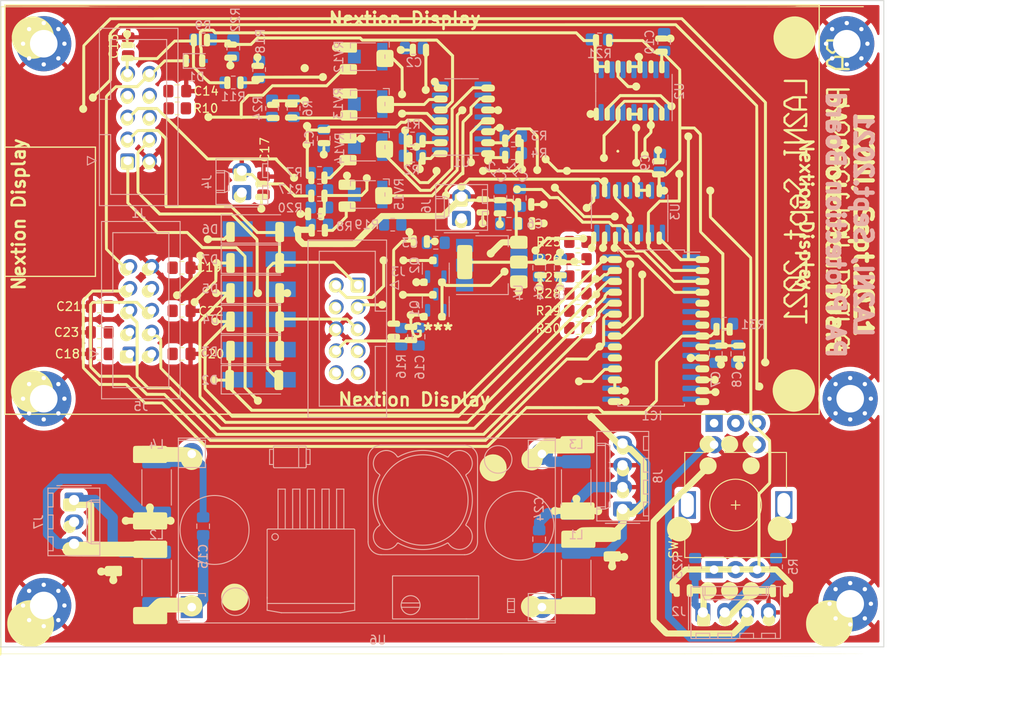
<source format=kicad_pcb>
(kicad_pcb (version 20211014) (generator pcbnew)
  (layers (0 "F.Cu" signal) (31 "B.Cu" signal) (34 "B.Paste" user) (35 "F.Paste" user) (36 "B.SilkS" user "B.Silkscreen") (37 "F.SilkS" user "F.Silkscreen") (38 "B.Mask" user) (39 "F.Mask" user) (44 "Edge.Cuts" user))
  (net 0 "")
  (net 1 "+12V")
  (net 2 "REV")
  (net 3 "FWD")
  (net 4 "DRV_PWR")
  (net 5 "Net-(C17-Pad1)")
  (net 6 "160m")
  (net 7 "80m")
  (net 8 "40m")
  (net 9 "15m")
  (net 10 "10m")
  (net 11 "{slash}PTT_In")
  (net 12 "Net-(D1-Pad2)")
  (net 13 "D2A")
  (net 14 "D5B")
  (net 15 "Net-(IC1-Pad1)")
  (net 16 "Net-(IC1-Pad2)")
  (net 17 "Net-(IC1-Pad3)")
  (net 18 "Net-(IC1-Pad4)")
  (net 22 "6m")
  (net 24 "SCL")
  (net 25 "SDA")
  (net 27 "Reset")
  (net 30 "Net-(IC1-Pad21)")
  (net 31 "Net-(IC1-Pad22)")
  (net 32 "20m")
  (net 33 "D8")
  (net 34 "Net-(SW1-PadS2)")
  (net 35 "RL3")
  (net 38 "RL2")
  (net 39 "+12V_A")
  (net 41 "Net-(J7-Pad1)")
  (net 43 "Net-(C4-Pad2)")
  (net 44 "Net-(L1-Pad1)")
  (net 45 "Net-(L3-Pad1)")
  (net 46 "Net-(Q1-Pad1)")
  (net 47 "Net-(R6-Pad1)")
  (net 48 "Net-(R7-Pad1)")
  (net 49 "Net-(R8-Pad1)")
  (net 50 "Net-(R22-Pad2)")
  (net 51 "Net-(R10-Pad2)")
  (net 52 "Net-(R11-Pad2)")
  (net 53 "Net-(R16-Pad2)")
  (net 54 "Net-(R17-Pad2)")
  (net 55 "Net-(RV12-Pad2)")
  (net 56 "Net-(RV13-Pad2)")
  (net 57 "Net-(RV14-Pad2)")
  (net 58 "Net-(RV15-Pad2)")
  (net 59 "Net-(U2-Pad2)")
  (net 60 "Net-(U2-Pad3)")
  (net 61 "Net-(U2-Pad10)")
  (net 65 "Net-(C15-Pad1)")
  (net 66 "GND")
  (net 67 "+3V3")
  (net 68 "+15V")
  (net 69 "Net-(SW1-Pad2A)")
  (net 70 "Net-(SW1-Pad2B)")
  (footprint "Resistor_SMD:R_0805_2012Metric_Pad1.20x1.40mm_HandSolder" (layer "F.Cu") (at 132 82)
    (fp_text reference "R27")
    (fp_text value "10k")
  )
  (footprint "Capacitor_SMD:C_0805_2012Metric_Pad1.18x1.45mm_HandSolder" (layer "F.Cu") (at 86 86 180)
    (fp_text reference "C22")
    (fp_text value "100n")
  )
  (footprint "MountingHole:MountingHole_3.2mm_M3_Pad_Via" (layer "F.Cu") (at 70 55)
    (fp_text reference "J11" hide)
    (fp_text value "MH3")
  )
  (footprint "Capacitor_SMD:C_0805_2012Metric_Pad1.18x1.45mm_HandSolder" (layer "F.Cu") (at 76.5 85.5)
    (fp_text reference "C21")
    (fp_text value "100n")
  )
  (footprint "Mod:Fcu" (layer "F.Cu") (at 115 88.3)
    (fp_text reference "G***")
    (fp_text value "LOGO" hide)
  )
  (footprint "Capacitor_SMD:C_0805_2012Metric_Pad1.18x1.45mm_HandSolder" (layer "F.Cu") (at 95.5 71.4625 90)
    (fp_text reference "C17")
    (fp_text value "100n")
  )
  (footprint "Resistor_SMD:R_0805_2012Metric_Pad1.20x1.40mm_HandSolder" (layer "F.Cu") (at 132 88)
    (fp_text reference "R30")
    (fp_text value "10k")
  )
  (footprint "MountingHole:MountingHole_3.2mm_M3_Pad_Via" (layer "F.Cu") (at 163.6 96.2)
    (fp_text reference "J10" hide)
    (fp_text value "MH2")
  )
  (footprint "Resistor_SMD:R_0805_2012Metric_Pad1.20x1.40mm_HandSolder" (layer "F.Cu") (at 132 80)
    (fp_text reference "R26")
    (fp_text value "10k")
  )
  (footprint "MountingHole:MountingHole_3.2mm_M3_Pad_Via" (layer "F.Cu") (at 70 120.2)
    (fp_text reference "J9" hide)
    (fp_text value "MH1" hide)
  )
  (footprint "Capacitor_SMD:C_0805_2012Metric_Pad1.18x1.45mm_HandSolder" (layer "F.Cu") (at 76.5 91)
    (fp_text reference "C18")
    (fp_text value "100n")
  )
  (footprint "Resistor_SMD:R_0805_2012Metric_Pad1.20x1.40mm_HandSolder" (layer "F.Cu") (at 85.5 62.5)
    (fp_text reference "R10")
    (fp_text value "2.2k")
  )
  (footprint "MountingHole:MountingHole_3.2mm_M3_Pad_Via" (layer "F.Cu") (at 163.2 55)
    (fp_text reference "J14" hide)
    (fp_text value "MH6")
  )
  (footprint "Resistor_SMD:R_0805_2012Metric_Pad1.20x1.40mm_HandSolder" (layer "F.Cu") (at 132 84)
    (fp_text reference "R28")
    (fp_text value "10k")
  )
  (footprint "Resistor_SMD:R_0805_2012Metric_Pad1.20x1.40mm_HandSolder" (layer "F.Cu") (at 132 78)
    (fp_text reference "R25")
    (fp_text value "10k")
  )
  (footprint "MountingHole:MountingHole_3.2mm_M3_Pad_Via" (layer "F.Cu") (at 163.6 120)
    (fp_text reference "J12" hide)
    (fp_text value "MH4")
  )
  (footprint "Capacitor_SMD:C_0805_2012Metric_Pad1.18x1.45mm_HandSolder" (layer "F.Cu") (at 86 81 180)
    (fp_text reference "C19")
    (fp_text value "100n")
  )
  (footprint "RotaryEncoder_Dual_Alps_EC11E-Switch_Vertical_H20mm:RotaryEncoder_Dual_Alps_EC11E-Switch_Vertical_H20mm" (layer "F.Cu") (at 147.8 116.0375 90)
    (fp_text reference "SW1")
    (fp_text value "RotaryEncoder_Dual_Switch")
  )
  (footprint "Capacitor_SMD:C_0805_2012Metric_Pad1.18x1.45mm_HandSolder" (layer "F.Cu") (at 79.8 55.3 90)
    (fp_text reference "C13")
    (fp_text value "100n")
  )
  (footprint "Capacitor_SMD:C_0805_2012Metric_Pad1.18x1.45mm_HandSolder" (layer "F.Cu") (at 76.5 88.5)
    (fp_text reference "C23")
    (fp_text value "100n")
  )
  (footprint "Capacitor_SMD:C_0805_2012Metric_Pad1.18x1.45mm_HandSolder" (layer "F.Cu") (at 85.5 60.5)
    (fp_text reference "C14")
    (fp_text value "100n")
  )
  (footprint "MountingHole:MountingHole_3.2mm_M3_Pad_Via" (layer "F.Cu") (at 70 96.2)
    (fp_text reference "J13" hide)
    (fp_text value "MH5")
  )
  (footprint "Resistor_SMD:R_0805_2012Metric_Pad1.20x1.40mm_HandSolder" (layer "F.Cu") (at 132 86)
    (fp_text reference "R29")
    (fp_text value "10k")
  )
  (footprint "Capacitor_SMD:C_0805_2012Metric_Pad1.18x1.45mm_HandSolder" (layer "F.Cu") (at 86 91 180)
    (fp_text reference "C20")
    (fp_text value "100n")
  )
  (footprint "Resistor_SMD:R_0805_2012Metric_Pad1.20x1.40mm_HandSolder" (layer "B.Cu") (at 155 115.7 -90)
    (fp_text reference "R5")
    (fp_text value "10k")
  )
  (footprint "Resistor_SMD:R_0805_2012Metric_Pad1.20x1.40mm_HandSolder" (layer "B.Cu") (at 102 70 180)
    (fp_text reference "R7")
    (fp_text value "1k")
  )
  (footprint "Capacitor_SMD:C_0805_2012Metric_Pad1.18x1.45mm_HandSolder" (layer "B.Cu") (at 141.5 68.8 -90)
    (fp_text reference "C9")
    (fp_text value "1u")
  )
  (footprint "Connector_Molex:Molex_KK-254_AE-6410-04A_1x04_P2.54mm_Vertical" (layer "B.Cu") (at 137.18 109 90)
    (fp_text reference "J8")
    (fp_text value "Molex KK 4")
  )
  (footprint "Capacitor_SMD:C_0805_2012Metric_Pad1.18x1.45mm_HandSolder" (layer "B.Cu") (at 124 75.9 180)
    (fp_text reference "C6")
    (fp_text value "100n")
  )
  (footprint "Resistor_SMD:R_0805_2012Metric_Pad1.20x1.40mm_HandSolder" (layer "B.Cu") (at 149 87.5 180)
    (fp_text reference "R31")
    (fp_text value "10k")
  )
  (footprint "Diode_SMD:D_SMA_Handsoldering" (layer "B.Cu") (at 95 90.5)
    (fp_text reference "D3")
    (fp_text value "S1M")
  )
  (footprint "Capacitor_SMD:C_0805_2012Metric_Pad1.18x1.45mm_HandSolder" (layer "B.Cu") (at 150.5 91 90)
    (fp_text reference "C8")
    (fp_text value "100n")
  )
  (footprint "Diode_SMD:D_SMA_Handsoldering" (layer "B.Cu") (at 95 76.5)
    (fp_text reference "D6")
    (fp_text value "S1M")
  )
  (footprint "Connector_Molex:Molex_KK-254_AE-6410-02A_1x02_P2.54mm_Vertical" (layer "B.Cu") (at 92.98 72.27 90)
    (fp_text reference "J4")
    (fp_text value "Molex KK 2")
  )
  (footprint "Diode_SMD:D_SOD-323" (layer "B.Cu") (at 87.7 57)
    (fp_text reference "D1")
    (fp_text value "BAS16J")
  )
  (footprint "Resistor_SMD:R_0805_2012Metric_Pad1.20x1.40mm_HandSolder" (layer "B.Cu") (at 145.6 115.7 -90)
    (fp_text reference "R23")
    (fp_text value "10k")
  )
  (footprint "Resistor_SMD:R_0805_2012Metric_Pad1.20x1.40mm_HandSolder" (layer "B.Cu") (at 99 62.5 90)
    (fp_text reference "R6")
    (fp_text value "1k")
  )
  (footprint "Package_SO:SOIC-28W_7.5x17.9mm_P1.27mm" (layer "B.Cu") (at 140.5 88 180)
    (fp_text reference "IC1")
    (fp_text value "MCP23017_SO")
  )
  (footprint "Resistor_SMD:R_0805_2012Metric_Pad1.20x1.40mm_HandSolder" (layer "B.Cu") (at 92 55.5 90)
    (fp_text reference "R22")
    (fp_text value "1k")
  )
  (footprint "Diode_SMD:D_SMA_Handsoldering" (layer "B.Cu") (at 95 83.5)
    (fp_text reference "D5")
    (fp_text value "S1M")
  )
  (footprint "Potentiometer_SMD:Potentiometer_Bourns_TC33X_Vertical" (layer "B.Cu") (at 107.5 62 180)
    (fp_text reference "RV13")
    (fp_text value "1k")
  )
  (footprint "Capacitor_SMD:C_0805_2012Metric_Pad1.18x1.45mm_HandSolder" (layer "B.Cu") (at 125.25 72.9 -90)
    (fp_text reference "C11")
    (fp_text value "10u")
  )
  (footprint "Diode_SMD:D_SMA_Handsoldering" (layer "B.Cu") (at 95 80)
    (fp_text reference "D7")
    (fp_text value "S1M")
  )
  (footprint "Resistor_SMD:R_0805_2012Metric_Pad1.20x1.40mm_HandSolder" (layer "B.Cu") (at 110.5 76)
    (fp_text reference "R19")
    (fp_text value "1k")
  )
  (footprint "Potentiometer_SMD:Potentiometer_Bourns_TC33X_Vertical" (layer "B.Cu") (at 107.5 67 180)
    (fp_text reference "RV14")
    (fp_text value "1k")
  )
  (footprint "Resistor_SMD:R_0805_2012Metric_Pad1.20x1.40mm_HandSolder" (layer "B.Cu") (at 134.5 54.5)
    (fp_text reference "R21")
    (fp_text value "10k")
  )
  (footprint "Capacitor_SMD:C_0805_2012Metric_Pad1.18x1.45mm_HandSolder" (layer "B.Cu") (at 130 81 90)
    (fp_text reference "C5")
    (fp_text value "100n")
  )
  (footprint "Resistor_SMD:R_0805_2012Metric_Pad1.20x1.40mm_HandSolder" (layer "B.Cu") (at 96.5 62.5 -90)
    (fp_text reference "R24")
    (fp_text value "22k")
  )
  (footprint "Resistor_SMD:R_0805_2012Metric_Pad1.20x1.40mm_HandSolder" (layer "B.Cu") (at 112.8 66 180)
    (fp_text reference "R1")
    (fp_text value "2.2k")
  )
  (footprint "Diode_SMD:D_SMA_Handsoldering" (layer "B.Cu") (at 95 94)
    (fp_text reference "D2")
    (fp_text value "S1M")
  )
  (footprint "Connector_IDC:IDC-Header_2x05_P2.54mm_Vertical" (layer "B.Cu") (at 106.5 83 180)
    (fp_text reference "J3")
    (fp_text value "IDC 10 Straight")
  )
  (footprint "Package_TO_SOT_SMD:SOT-223-3_TabPin2" (layer "B.Cu") (at 122 80.7)
    (fp_text reference "U4")
    (fp_text value "LM1117-3.3")
  )
  (footprint "Connector_Molex:Molex_KK-254_AE-6410-04A_1x04_P2.54mm_Vertical" (layer "B.Cu") (at 146.5 121)
    (fp_text reference "J2")
    (fp_text value "Molex KK 4")
  )
  (footprint "Package_SO:SOIC-14_3.9x8.7mm_P1.27mm" (layer "B.Cu") (at 118.5 63.5)
    (fp_text reference "U1")
    (fp_text value "LM339")
  )
  (footprint "Inductor_SMD:L_2512_6332Metric_Pad1.52x3.35mm_HandSolder" (layer "B.Cu") (at 131.8 106.5 -90)
    (fp_text reference "L3")
    (fp_text value "2743021447")
  )
  (footprint "Capacitor_SMD:C_0805_2012Metric_Pad1.18x1.45mm_HandSolder" (layer "B.Cu") (at 115.5 78.1)
    (fp_text reference "C3")
    (fp_text value "10u")
  )
  (footprint "Capacitor_SMD:C_0805_2012Metric_Pad1.18x1.45mm_HandSolder" (layer "B.Cu") (at 127.5 81 90)
    (fp_text reference "C4")
    (fp_text value "1u")
  )
  (footprint "Resistor_SMD:R_0805_2012Metric_Pad1.20x1.40mm_HandSolder" (layer "B.Cu") (at 95 58 -90)
    (fp_text reference "R18")
    (fp_text value "1k")
  )
  (footprint "Capacitor_SMD:C_0805_2012Metric_Pad1.18x1.45mm_HandSolder" (layer "B.Cu") (at 102.5 66 -90)
    (fp_text reference "C1")
    (fp_text value "100n")
  )
  (footprint "Capacitor_SMD:C_0805_2012Metric_Pad1.18x1.45mm_HandSolder" (layer "B.Cu") (at 112.9625 55.5)
    (fp_text reference "C2")
    (fp_text value "100n")
  )
  (footprint "Resistor_SMD:R_0805_2012Metric_Pad1.20x1.40mm_HandSolder" (layer "B.Cu") (at 92 59.5)
    (fp_text reference "R11")
    (fp_text value "2.2k")
  )
  (footprint "Package_TO_SOT_SMD:SOT-23" (layer "B.Cu") (at 115.5 85 90)
    (fp_text reference "Q1")
    (fp_text value "2N7002")
  )
  (footprint "Connector_Molex:Molex_KK-254_AE-6410-03A_1x03_P2.54mm_Vertical" (layer "B.Cu") (at 73.52 107.96 -90)
    (fp_text reference "J7")
    (fp_text value "Molex KK 3")
  )
  (footprint "Capacitor_SMD:C_0805_2012Metric_Pad1.18x1.45mm_HandSolder" (layer "B.Cu") (at 113.5 89 90)
    (fp_text reference "C16")
    (fp_text value "100n")
  )
  (footprint "Step_down:YAAJ_DCDC_StepDown_LM2596" (layer "B.Cu") (at 87.18 120.39)
    (fp_text reference "U6")
    (fp_text value "YAAJ_DCDC_StepDown_LM2596")
  )
  (footprint "Capacitor_SMD:C_0805_2012Metric_Pad1.18x1.45mm_HandSolder" (layer "B.Cu") (at 123 72.9 -90)
    (fp_text reference "C12")
    (fp_text value "100n")
  )
  (footprint "Resistor_SMD:R_0805_2012Metric_Pad1.20x1.40mm_HandSolder" (layer "B.Cu") (at 111.5 89 90)
    (fp_text reference "R16")
    (fp_text value "2.2k")
  )
  (footprint "Inductor_SMD:L_2512_6332Metric_Pad1.52x3.35mm_HandSolder" (layer "B.Cu") (at 131.8 117 90)
    (fp_text reference "L1")
    (fp_text value "2743021447")
  )
  (footprint "Resistor_SMD:R_0805_2012Metric_Pad1.20x1.40mm_HandSolder" (layer "B.Cu") (at 124.5 65.7)
    (fp_text reference "R3")
    (fp_text value "2.2k")
  )
  (footprint "Potentiometer_SMD:Potentiometer_Bourns_TC33X_Vertical" (layer "B.Cu") (at 107.5 72.5 180)
    (fp_text reference "RV15")
    (fp_text value "1k")
  )
  (footprint "Connector_IDC:IDC-Header_2x05_P2.54mm_Vertical" (layer "B.Cu") (at 79.7475 68.58)
    (fp_text reference "J1")
    (fp_text value "IDC 10 Straight")
  )
  (footprint "Diode_SMD:D_SMA_Handsoldering" (layer "B.Cu") (at 95 87)
    (fp_text reference "D4")
    (fp_text value "S1M")
  )
  (footprint "Capacitor_SMD:C_0805_2012Metric_Pad1.18x1.45mm_HandSolder" (layer "B.Cu") (at 88.5 111 -90)
    (fp_text reference "C15")
    (fp_text value "100n")
  )
  (footprint "Resistor_SMD:R_0805_2012Metric_Pad1.20x1.40mm_HandSolder" (layer "B.Cu") (at 102 74 180)
    (fp_text reference "R20")
    (fp_text value "1k")
  )
  (footprint "Resistor_SMD:R_0805_2012Metric_Pad1.20x1.40mm_HandSolder" (layer "B.Cu") (at 124.5 67.7)
    (fp_text reference "R4")
    (fp_text value "2.2k")
  )
  (footprint "Package_SO:SOIC-14_3.9x8.7mm_P1.27mm" (layer "B.Cu") (at 138.5 60.5 90)
    (fp_text reference "U2")
    (fp_text value "74HC02")
  )
  (footprint "Potentiometer_SMD:Potentiometer_Bourns_TC33X_Vertical" (layer "B.Cu") (at 107.5 56.5 180)
    (fp_text reference "RV12")
    (fp_text value "1k")
  )
  (footprint "Package_SO:SOIC-14_3.9x8.7mm_P1.27mm" (layer "B.Cu") (at 138 74.5 90)
    (fp_text reference "U3")
    (fp_text value "74HC21")
  )
  (footprint "Capacitor_SMD:C_0805_2012Metric_Pad1.18x1.45mm_HandSolder" (layer "B.Cu") (at 148 91 90)
    (fp_text reference "C7")
    (fp_text value "1u")
  )
  (footprint "Connector_IDC:IDC-Header_2x05_P2.54mm_Vertical" (layer "B.Cu") (at 80 91)
    (fp_text reference "J5")
    (fp_text value "IDC 10 Straight")
  )
  (footprint "Resistor_SMD:R_0805_2012Metric_Pad1.20x1.40mm_HandSolder" (layer "B.Cu") (at 102 76 180)
    (fp_text reference "R8")
    (fp_text value "1k")
  )
  (footprint "Resistor_SMD:R_0805_2012Metric_Pad1.20x1.40mm_HandSolder" (layer "B.Cu") (at 102 72 180)
    (fp_text reference "R17")
    (fp_text value "2.2k")
  )
  (footprint "Resistor_SMD:R_0805_2012Metric_Pad1.20x1.40mm_HandSolder" (layer "B.Cu") (at 88.5 54.5)
    (fp_text reference "R9")
    (fp_text value "2.2k")
  )
  (footprint "Inductor_SMD:L_2512_6332Metric_Pad1.52x3.35mm_HandSolder" (layer "B.Cu") (at 83.1 106.5 90)
    (fp_text reference "L4")
    (fp_text value "2743021447")
  )
  (footprint "Capacitor_SMD:C_0805_2012Metric_Pad1.18x1.45mm_HandSolder" (layer "B.Cu") (at 142 54.8 -90)
    (fp_text reference "C10")
    (fp_text value "1u")
  )
  (footprint "Connector_Molex:Molex_KK-254_AE-6410-02A_1x02_P2.54mm_Vertical" (layer "B.Cu") (at 118.48 75.27 90)
    (fp_text reference "J6")
    (fp_text value "Molex KK 2")
  )
  (footprint "Package_TO_SOT_SMD:SOT-23" (layer "B.Cu") (at 115.5 81.1 90)
    (fp_text reference "Q2")
    (fp_text value "2N7002")
  )
  (footprint "Inductor_SMD:L_2512_6332Metric_Pad1.52x3.35mm_HandSolder" (layer "B.Cu") (at 83.1 117 -90)
    (fp_text reference "L2")
    (fp_text value "2743021447")
  )
  (footprint "Resistor_SMD:R_0805_2012Metric_Pad1.20x1.40mm_HandSolder" (layer "B.Cu") (at 112.8 68 180)
    (fp_text reference "R2")
    (fp_text value "2.2k")
  )
  (footprint "Capacitor_SMD:C_0805_2012Metric_Pad1.18x1.45mm_HandSolder" (layer "B.Cu") (at 127.5 112.5 -90)
    (fp_text reference "C24")
    (fp_text value "10u")
  )
  (gr_line (start 66 98) (end 65.5 98) (layer "F.SilkS") (width 0.15))
  (gr_line (start 65.5 98) (end 65.5 50.5) (layer "F.SilkS") (width 0.15))
  (gr_line (start 160 50.5) (end 160 98) (layer "F.SilkS") (width 0.15))
  (gr_line (start 65.5 50.5) (end 160 50.5) (layer "F.SilkS") (width 0.15))
  (gr_line (start 160 98) (end 66 98) (layer "F.SilkS") (width 0.15))
  (gr_line (start 65.5 67) (end 76 67) (layer "F.SilkS") (width 0.15))
  (gr_line (start 76 82) (end 65.5 82) (layer "F.SilkS") (width 0.15))
  (gr_line (start 76 67) (end 76 82) (layer "F.SilkS") (width 0.15))
  (gr_line (start 167.5 50) (end 167.5 125) (layer "Edge.Cuts") (width 0.1))
  (gr_line (start 65 50) (end 167.5 50) (layer "Edge.Cuts") (width 0.1))
  (gr_line (start 65 125) (end 65 50) (layer "Edge.Cuts") (width 0.1))
  (gr_line (start 167.5 125) (end 65 125) (layer "Edge.Cuts") (width 0.1))
  (gr_text "LA2NI, Sept.2021\nPA Protection Board" (at 163.5 76 270) (layer "B.SilkS") (effects (font (size 2 2) (thickness 0.5)) (justify mirror)))
  (gr_text "LA2NI, Sept.2021\nPA Protection Board" (at 163.5 76 270) (layer "F.SilkS") (effects (font (size 2 2) (thickness 0.5))))
  (gr_text "Nextion Display" (at 111.9 52.1) (layer "F.SilkS") (effects (font (size 1.5 1.5) (thickness 0.3))))
  (gr_text "Nextion Display" (at 67.1 74.8 90) (layer "F.SilkS") (effects (font (size 1.5 1.5) (thickness 0.3))))
  (gr_text "Nextion Display" (at 113 96.3) (layer "F.SilkS") (effects (font (size 1.5 1.5) (thickness 0.3))))
  (gr_text "Nextion Display" (at 158.5 74.8 270) (layer "F.SilkS") (effects (font (size 1.5 1.5) (thickness 0.3))))
  (segment (start 139 109) (end 137.18 109) (width 1.2) (layer "B.Cu") (net 1))
  (segment (start 137.18 112.32) (end 135.4875 114.0125) (width 1) (layer "B.Cu") (net 1))
  (segment (start 137.18 101.38) (end 137.405 101.38) (width 1.2) (layer "B.Cu") (net 1))
  (segment (start 137.405 101.38) (end 139.800489 103.775489) (width 1.2) (layer "B.Cu") (net 1))
  (segment (start 139.800489 108.199511) (end 139 109) (width 1.2) (layer "B.Cu") (net 1))
  (segment (start 135.4875 114.0125) (end 131.8 114.0125) (width 1) (layer "B.Cu") (net 1))
  (segment (start 137.18 109) (end 137.18 112.32) (width 1) (layer "B.Cu") (net 1))
  (segment (start 127.5 113.5375) (end 131.325 113.5375) (width 1) (layer "B.Cu") (net 1))
  (segment (start 139.800489 103.775489) (end 139.800489 108.199511) (width 1.2) (layer "B.Cu") (net 1))
  (segment (start 131.325 113.5375) (end 131.8 114.0125) (width 1) (layer "B.Cu") (net 1))
  (segment (start 151.58 121) (end 151.58 122.42) (width 0.8) (layer "B.Cu") (net 34))
  (segment (start 145 124) (end 142.5 121.5) (width 0.8) (layer "B.Cu") (net 34))
  (segment (start 150 124) (end 145 124) (width 0.8) (layer "B.Cu") (net 34))
  (segment (start 142.5 121.5) (end 142.5 106) (width 0.8) (layer "B.Cu") (net 34))
  (segment (start 146.9625 101.5375) (end 147.8 101.5375) (width 0.8) (layer "B.Cu") (net 34))
  (segment (start 151.58 122.42) (end 150 124) (width 0.8) (layer "B.Cu") (net 34))
  (segment (start 142.5 106) (end 146.9625 101.5375) (width 0.8) (layer "B.Cu") (net 34))
  (segment (start 83.1 114.0125) (end 79.0125 114.0125) (width 1.2) (layer "B.Cu") (net 41))
  (segment (start 78 113) (end 78 110) (width 1.2) (layer "B.Cu") (net 41))
  (segment (start 75.96 107.96) (end 73.52 107.96) (width 1.2) (layer "B.Cu") (net 41))
  (segment (start 79.0125 114.0125) (end 78 113) (width 1.2) (layer "B.Cu") (net 41))
  (segment (start 78 110) (end 75.96 107.96) (width 1.2) (layer "B.Cu") (net 41))
  (segment (start 128.2225 119.9875) (end 127.82 120.39) (width 1.2) (layer "B.Cu") (net 44))
  (segment (start 131.8 119.9875) (end 128.2225 119.9875) (width 1.2) (layer "B.Cu") (net 44))
  (segment (start 131.8 103.5125) (end 128.7225 103.5125) (width 1.2) (layer "B.Cu") (net 45))
  (segment (start 128.7225 103.5125) (end 127.82 102.61) (width 1.2) (layer "B.Cu") (net 45))
  (segment (start 83.1 103.5125) (end 86.2775 103.5125) (width 1.2) (layer "B.Cu") (net 65))
  (segment (start 88.5 103.93) (end 87.18 102.61) (width 0.8) (layer "B.Cu") (net 65))
  (segment (start 86.2775 103.5125) (end 87.18 102.61) (width 1.2) (layer "B.Cu") (net 65))
  (segment (start 88.5 109.9625) (end 88.5 103.93) (width 0.8) (layer "B.Cu") (net 65))
  (segment (start 70.5 111.865) (end 71.675 113.04) (width 1.2) (layer "B.Cu") (net 66))
  (segment (start 128.5125 109.4875) (end 127.5 110.5) (width 1.2) (layer "B.Cu") (net 66))
  (segment (start 81.4875 109.4875) (end 77.5 105.5) (width 1.2) (layer "B.Cu") (net 66))
  (segment (start 131.8 109.4875) (end 131.8 108.2) (width 1.2) (layer "B.Cu") (net 66))
  (segment (start 131.8 108.2) (end 133.54 106.46) (width 1.2) (layer "B.Cu") (net 66))
  (segment (start 133.54 106.46) (end 137.18 106.46) (width 1.2) (layer "B.Cu") (net 66))
  (segment (start 71.675 113.04) (end 73.52 113.04) (width 1.2) (layer "B.Cu") (net 66))
  (segment (start 127.5 110.5) (end 127.5 111.4625) (width 1.2) (layer "B.Cu") (net 66))
  (segment (start 72 105.5) (end 70.5 107) (width 1.2) (layer "B.Cu") (net 66))
  (segment (start 131.8 109.4875) (end 128.5125 109.4875) (width 1.2) (layer "B.Cu") (net 66))
  (segment (start 83.1 109.4875) (end 81.4875 109.4875) (width 1.2) (layer "B.Cu") (net 66))
  (segment (start 137.18 103.92) (end 137.18 106.46) (width 1.2) (layer "B.Cu") (net 66))
  (segment (start 77.5 105.5) (end 72 105.5) (width 1.2) (layer "B.Cu") (net 66))
  (segment (start 70.5 107) (end 70.5 111.865) (width 1.2) (layer "B.Cu") (net 66))
  (segment (start 87.18 120.39) (end 87.61 120.39) (width 1.2) (layer "B.Cu") (net 68))
  (segment (start 86.7775 119.9875) (end 87.18 120.39) (width 1.2) (layer "B.Cu") (net 68))
  (segment (start 88.5 119.5) (end 88.5 112.0375) (width 1.2) (layer "B.Cu") (net 68))
  (segment (start 83.1 119.9875) (end 86.7775 119.9875) (width 1.2) (layer "B.Cu") (net 68))
  (segment (start 87.61 120.39) (end 88.5 119.5) (width 1.2) (layer "B.Cu") (net 68))
  (segment (start 145.6 120.1) (end 146.5 121) (width 0.8) (layer "B.Cu") (net 69))
  (segment (start 145.6 116.7) (end 145.6 120.1) (width 0.8) (layer "B.Cu") (net 69))
  (segment (start 155 116.7) (end 153.2 118.5) (width 0.8) (layer "B.Cu") (net 70))
  (segment (start 151.54 118.5) (end 149.04 121) (width 0.8) (layer "B.Cu") (net 70))
  (segment (start 153.2 118.5) (end 151.54 118.5) (width 0.8) (layer "B.Cu") (net 70))
  (zone (net 66) (net_name "GND") (layer "F.Cu") (connect_pads (clearance 0.508)) (min_thickness 0.254) (fill yes (thermal_gap 0.508) (thermal_bridge_width 0.508))
    (polygon (pts (xy 167.5 125) (xy 65 125) (xy 65 50) (xy 167.5 50)))
  )
)
</source>
